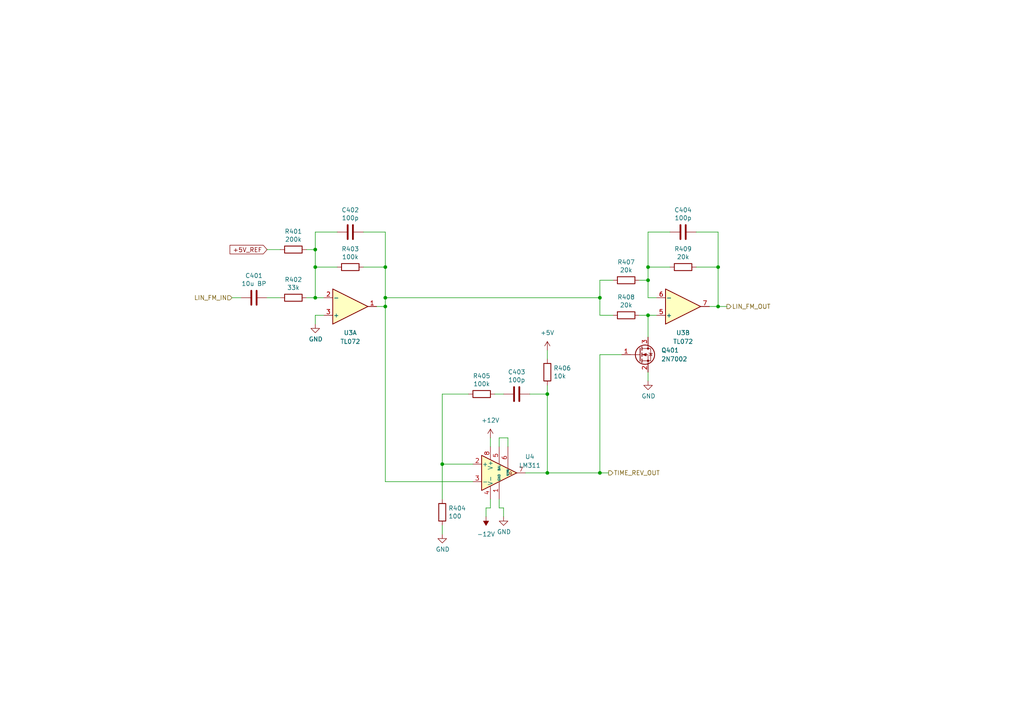
<source format=kicad_sch>
(kicad_sch (version 20230121) (generator eeschema)
  (paper "A4")
  (title_block (title "MICRO-OX Main VCO board") (date "2023-03-27") (rev "0") (comment 2 "creativecommons.org/licenses/by/4.0") (comment 3 "license: CC by 4.0") (comment 4 "Author: Jordan Aceto"))
  (lib_symbols
    (symbol "Amplifier_Operational:TL072" (pin_names (offset 0.127))
      (property "Reference" "U" (at 0 5.08 0))
      (property "Value" "TL072" (at 0 -5.08 0))
      (symbol "TL072_1_1"
        (polyline (pts (xy -5.08 5.08) (xy 5.08 0) (xy -5.08 -5.08) (xy -5.08 5.08)) (stroke (width 0.254)) (fill (type background)))
        (pin output line (at 7.62 0 180) (length 2.54) (name "~") (number "1"))
        (pin input line (at -7.62 -2.54 0) (length 2.54) (name "-") (number "2"))
        (pin input line (at -7.62 2.54 0) (length 2.54) (name "+") (number "3"))
      )
      (symbol "TL072_2_1"
        (polyline (pts (xy -5.08 5.08) (xy 5.08 0) (xy -5.08 -5.08) (xy -5.08 5.08)) (stroke (width 0.254)) (fill (type background)))
        (pin input line (at -7.62 2.54 0) (length 2.54) (name "+") (number "5"))
        (pin input line (at -7.62 -2.54 0) (length 2.54) (name "-") (number "6"))
        (pin output line (at 7.62 0 180) (length 2.54) (name "~") (number "7"))
      )
      (symbol "TL072_3_1"
        (pin power_in line (at -2.54 -7.62 90) (length 3.81) (name "V-") (number "4"))
        (pin power_in line (at -2.54 7.62 270) (length 3.81) (name "V+") (number "8"))
      )
    )
    (symbol "Comparator:LM311" (pin_names (offset 0.127))
      (property "Reference" "U" (at 3.81 6.35 0))
      (property "Value" "LM311" (at 3.81 3.81 0))
      (symbol "LM311_0_1"
        (polyline (pts (xy 5.08 0) (xy -5.08 5.08) (xy -5.08 -5.08) (xy 5.08 0)) (stroke (width 0.254)) (fill (type background)))
        (polyline (pts (xy 3.683 -0.381) (xy 3.302 -0.381) (xy 3.683 0) (xy 3.302 0.381) (xy 2.921 0) (xy 3.302 -0.381) (xy 2.921 -0.381)) (stroke (width 0.127)))
      )
      (symbol "LM311_1_1"
        (pin passive line (at 0 -7.62 90) (length 5.08) (name "GND") (number "1"))
        (pin input line (at -7.62 2.54 0) (length 2.54) (name "+") (number "2"))
        (pin input line (at -7.62 -2.54 0) (length 2.54) (name "-") (number "3"))
        (pin power_in line (at -2.54 -7.62 90) (length 3.81) (name "V-") (number "4"))
        (pin input line (at 0 7.62 270) (length 5.08) (name "BAL") (number "5"))
        (pin input line (at 2.54 7.62 270) (length 6.35) (name "STRB") (number "6"))
        (pin open_collector line (at 7.62 0 180) (length 2.54) (name "~") (number "7"))
        (pin power_in line (at -2.54 7.62 270) (length 3.81) (name "V+") (number "8"))
      )
    )
    (symbol "Device:C" (pin_numbers hide) (pin_names (offset 0.254))
      (property "Reference" "C" (at 0.635 2.54 0))
      (property "Value" "C" (at 0.635 -2.54 0))
      (symbol "C_0_1"
        (polyline (pts (xy -2.032 -0.762) (xy 2.032 -0.762)) (stroke (width 0.508)))
        (polyline (pts (xy -2.032 0.762) (xy 2.032 0.762)) (stroke (width 0.508)))
      )
      (symbol "C_1_1"
        (pin passive line (at 0 3.81 270) (length 2.794) (name "~") (number "1"))
        (pin passive line (at 0 -3.81 90) (length 2.794) (name "~") (number "2"))
      )
    )
    (symbol "Device:R" (pin_numbers hide) (pin_names (offset 0))
      (property "Reference" "R" (at 2.032 0 90))
      (property "Value" "R" (at 0 0 90))
      (symbol "R_0_1"
        (rectangle (start -1.016 -2.54) (end 1.016 2.54) (stroke (width 0.254)))
      )
      (symbol "R_1_1"
        (pin passive line (at 0 3.81 270) (length 1.27) (name "~") (number "1"))
        (pin passive line (at 0 -3.81 90) (length 1.27) (name "~") (number "2"))
      )
    )
    (symbol "Transistor_FET:2N7002" (pin_names hide)
      (property "Reference" "Q" (at 5.08 1.905 0))
      (property "Value" "2N7002" (at 5.08 0 0))
      (symbol "2N7002_0_1"
        (polyline (pts (xy 0.254 0) (xy -2.54 0)))
        (polyline (pts (xy 0.254 1.905) (xy 0.254 -1.905)) (stroke (width 0.254)))
        (polyline (pts (xy 0.762 -1.27) (xy 0.762 -2.286)) (stroke (width 0.254)))
        (polyline (pts (xy 0.762 0.508) (xy 0.762 -0.508)) (stroke (width 0.254)))
        (polyline (pts (xy 0.762 2.286) (xy 0.762 1.27)) (stroke (width 0.254)))
        (polyline (pts (xy 2.54 2.54) (xy 2.54 1.778)))
        (polyline (pts (xy 2.54 -2.54) (xy 2.54 0) (xy 0.762 0)))
        (polyline (pts (xy 0.762 -1.778) (xy 3.302 -1.778) (xy 3.302 1.778) (xy 0.762 1.778)))
        (polyline (pts (xy 1.016 0) (xy 2.032 0.381) (xy 2.032 -0.381) (xy 1.016 0)) (fill (type outline)))
        (polyline (pts (xy 2.794 0.508) (xy 2.921 0.381) (xy 3.683 0.381) (xy 3.81 0.254)))
        (polyline (pts (xy 3.302 0.381) (xy 2.921 -0.254) (xy 3.683 -0.254) (xy 3.302 0.381)))
        (circle (center 1.651 0) (radius 2.794) (stroke (width 0.254)))
        (circle (center 2.54 -1.778) (radius 0.254) (fill (type outline)))
        (circle (center 2.54 1.778) (radius 0.254) (fill (type outline)))
      )
      (symbol "2N7002_1_1"
        (pin input line (at -5.08 0 0) (length 2.54) (name "G") (number "1"))
        (pin passive line (at 2.54 -5.08 90) (length 2.54) (name "S") (number "2"))
        (pin passive line (at 2.54 5.08 270) (length 2.54) (name "D") (number "3"))
      )
    )
    (symbol "power:+12V" (power) (pin_names (offset 0))
      (property "Value" "+12V" (at 0 3.556 0))
      (symbol "+12V_0_1"
        (polyline (pts (xy -0.762 1.27) (xy 0 2.54)))
        (polyline (pts (xy 0 0) (xy 0 2.54)))
        (polyline (pts (xy 0 2.54) (xy 0.762 1.27)))
      )
      (symbol "+12V_1_1"
        (pin power_in line (at 0 0 90) (length 0) hide (name "+12V") (number "1"))
      )
    )
    (symbol "power:+5V" (power) (pin_names (offset 0))
      (property "Value" "+5V" (at 0 3.556 0))
      (symbol "+5V_0_1"
        (polyline (pts (xy -0.762 1.27) (xy 0 2.54)))
        (polyline (pts (xy 0 0) (xy 0 2.54)))
        (polyline (pts (xy 0 2.54) (xy 0.762 1.27)))
      )
      (symbol "+5V_1_1"
        (pin power_in line (at 0 0 90) (length 0) hide (name "+5V") (number "1"))
      )
    )
    (symbol "power:-12V" (power) (pin_names (offset 0))
      (property "Value" "-12V" (at 0 3.81 0))
      (symbol "-12V_0_0"
        (pin power_in line (at 0 0 90) (length 0) hide (name "-12V") (number "1"))
      )
      (symbol "-12V_0_1"
        (polyline (pts (xy 0 0) (xy 0 1.27) (xy 0.762 1.27) (xy 0 2.54) (xy -0.762 1.27) (xy 0 1.27)) (fill (type outline)))
      )
    )
    (symbol "power:GND" (power) (pin_names (offset 0))
      (property "Value" "GND" (at 0 -3.81 0))
      (symbol "GND_0_1"
        (polyline (pts (xy 0 0) (xy 0 -1.27) (xy 1.27 -1.27) (xy 0 -2.54) (xy -1.27 -1.27) (xy 0 -1.27)))
      )
      (symbol "GND_1_1"
        (pin power_in line (at 0 0 270) (length 0) hide (name "GND") (number "1"))
      )
    )
  )
  (junction (at 91.44 86.36))
  (junction (at 128.27 134.62))
  (junction (at 111.76 86.36))
  (junction (at 111.76 77.47))
  (junction (at 208.28 77.47))
  (junction (at 173.99 86.36))
  (junction (at 208.28 88.9))
  (junction (at 187.96 81.28))
  (junction (at 111.76 88.9))
  (junction (at 173.99 137.16))
  (junction (at 91.44 72.39))
  (junction (at 187.96 77.47))
  (junction (at 158.75 114.3))
  (junction (at 91.44 77.47))
  (junction (at 187.96 91.44))
  (junction (at 158.75 137.16))
  (wire (pts (xy 128.27 114.3) (xy 128.27 134.62)))
  (wire (pts (xy 173.99 102.87) (xy 180.34 102.87)))
  (wire (pts (xy 91.44 86.36) (xy 91.44 77.47)))
  (wire (pts (xy 128.27 134.62) (xy 137.16 134.62)))
  (wire (pts (xy 187.96 86.36) (xy 190.5 86.36)))
  (wire (pts (xy 173.99 137.16) (xy 173.99 102.87)))
  (wire (pts (xy 128.27 154.94) (xy 128.27 152.4)))
  (wire (pts (xy 111.76 77.47) (xy 111.76 67.31)))
  (wire (pts (xy 91.44 91.44) (xy 93.98 91.44)))
  (wire (pts (xy 176.53 137.16) (xy 173.99 137.16)))
  (wire (pts (xy 201.93 77.47) (xy 208.28 77.47)))
  (wire (pts (xy 187.96 97.79) (xy 187.96 91.44)))
  (wire (pts (xy 158.75 101.6) (xy 158.75 104.14)))
  (wire (pts (xy 173.99 86.36) (xy 111.76 86.36)))
  (wire (pts (xy 111.76 139.7) (xy 137.16 139.7)))
  (wire (pts (xy 187.96 81.28) (xy 187.96 77.47)))
  (wire (pts (xy 146.05 149.86) (xy 146.05 147.32)))
  (wire (pts (xy 109.22 88.9) (xy 111.76 88.9)))
  (wire (pts (xy 187.96 86.36) (xy 187.96 81.28)))
  (wire (pts (xy 144.78 129.54) (xy 144.78 127)))
  (wire (pts (xy 140.97 149.86) (xy 140.97 147.32)))
  (wire (pts (xy 111.76 67.31) (xy 105.41 67.31)))
  (wire (pts (xy 97.79 77.47) (xy 91.44 77.47)))
  (wire (pts (xy 142.24 127) (xy 142.24 129.54)))
  (wire (pts (xy 187.96 67.31) (xy 194.31 67.31)))
  (wire (pts (xy 210.82 88.9) (xy 208.28 88.9)))
  (wire (pts (xy 67.31 86.36) (xy 69.85 86.36)))
  (wire (pts (xy 91.44 93.98) (xy 91.44 91.44)))
  (wire (pts (xy 143.51 114.3) (xy 146.05 114.3)))
  (wire (pts (xy 147.32 127) (xy 147.32 129.54)))
  (wire (pts (xy 158.75 114.3) (xy 153.67 114.3)))
  (wire (pts (xy 158.75 111.76) (xy 158.75 114.3)))
  (wire (pts (xy 144.78 127) (xy 147.32 127)))
  (wire (pts (xy 81.28 86.36) (xy 77.47 86.36)))
  (wire (pts (xy 111.76 88.9) (xy 111.76 139.7)))
  (wire (pts (xy 152.4 137.16) (xy 158.75 137.16)))
  (wire (pts (xy 194.31 77.47) (xy 187.96 77.47)))
  (wire (pts (xy 185.42 81.28) (xy 187.96 81.28)))
  (wire (pts (xy 187.96 110.49) (xy 187.96 107.95)))
  (wire (pts (xy 140.97 147.32) (xy 142.24 147.32)))
  (wire (pts (xy 91.44 67.31) (xy 97.79 67.31)))
  (wire (pts (xy 187.96 91.44) (xy 190.5 91.44)))
  (wire (pts (xy 77.47 72.39) (xy 81.28 72.39)))
  (wire (pts (xy 111.76 77.47) (xy 111.76 86.36)))
  (wire (pts (xy 91.44 77.47) (xy 91.44 72.39)))
  (wire (pts (xy 135.89 114.3) (xy 128.27 114.3)))
  (wire (pts (xy 142.24 147.32) (xy 142.24 144.78)))
  (wire (pts (xy 208.28 88.9) (xy 208.28 77.47)))
  (wire (pts (xy 88.9 72.39) (xy 91.44 72.39)))
  (wire (pts (xy 158.75 137.16) (xy 173.99 137.16)))
  (wire (pts (xy 91.44 72.39) (xy 91.44 67.31)))
  (wire (pts (xy 208.28 67.31) (xy 201.93 67.31)))
  (wire (pts (xy 144.78 147.32) (xy 144.78 144.78)))
  (wire (pts (xy 158.75 137.16) (xy 158.75 114.3)))
  (wire (pts (xy 205.74 88.9) (xy 208.28 88.9)))
  (wire (pts (xy 173.99 91.44) (xy 173.99 86.36)))
  (wire (pts (xy 208.28 77.47) (xy 208.28 67.31)))
  (wire (pts (xy 187.96 91.44) (xy 185.42 91.44)))
  (wire (pts (xy 111.76 86.36) (xy 111.76 88.9)))
  (wire (pts (xy 146.05 147.32) (xy 144.78 147.32)))
  (wire (pts (xy 187.96 67.31) (xy 187.96 77.47)))
  (wire (pts (xy 128.27 144.78) (xy 128.27 134.62)))
  (wire (pts (xy 173.99 86.36) (xy 173.99 81.28)))
  (wire (pts (xy 177.8 91.44) (xy 173.99 91.44)))
  (wire (pts (xy 105.41 77.47) (xy 111.76 77.47)))
  (wire (pts (xy 91.44 86.36) (xy 88.9 86.36)))
  (wire (pts (xy 173.99 81.28) (xy 177.8 81.28)))
  (wire (pts (xy 93.98 86.36) (xy 91.44 86.36)))
  (global_label "+5V_REF" (shape input) (at 77.47 72.39 180) (property "Intersheetrefs" "${INTERSHEET_REFS}" (effects hide)))
  (hierarchical_label "LIN_FM_IN" (shape input) (at 67.31 86.36 180))
  (hierarchical_label "TIME_REV_OUT" (shape output) (at 176.53 137.16 0))
  (hierarchical_label "LIN_FM_OUT" (shape output) (at 210.82 88.9 0))
  (symbol (lib_id "Device:R") (at 139.7 114.3 270) (unit 1)
    (property "Reference" "R405" (at 139.7 109.0422 90))
    (property "Value" "100k" (at 139.7 111.3536 90))
    (property "Footprint" "Resistor_SMD:R_0603_1608Metric" (effects hide))
  )
  (symbol (lib_id "Comparator:LM311") (at 144.78 137.16 0) (unit 1)
    (property "Reference" "U4" (at 153.67 132.4611 0))
    (property "Value" "LM311" (at 153.67 135.0011 0))
    (property "Footprint" "Package_SO:SOIC-8_3.9x4.9mm_P1.27mm" (effects hide))
    (property "Datasheet" "https://www.st.com/resource/en/datasheet/lm311.pdf" (effects hide))
  )
  (symbol (lib_id "power:+12V") (at 142.24 127 0) (unit 1)
    (property "Reference" "#PWR0404" (effects hide))
    (property "Value" "+12V" (at 142.24 121.92 0))
  )
  (symbol (lib_id "power:GND") (at 91.44 93.98 0) (unit 1)
    (property "Reference" "#PWR0401" (effects hide))
    (property "Value" "~" (at 91.567 98.3742 0))
  )
  (symbol (lib_id "Device:R") (at 128.27 148.59 180) (unit 1)
    (property "Reference" "R404" (at 130.048 147.4216 0) (effects (justify right)))
    (property "Value" "100" (at 130.048 149.733 0) (effects (justify right)))
    (property "Footprint" "Resistor_SMD:R_0603_1608Metric" (effects hide))
  )
  (symbol (lib_id "Device:C") (at 149.86 114.3 270) (unit 1)
    (property "Reference" "C403" (at 149.86 107.8992 90))
    (property "Value" "100p" (at 149.86 110.2106 90))
    (property "Footprint" "Capacitor_SMD:C_0603_1608Metric" (effects hide))
  )
  (symbol (lib_id "Device:C") (at 198.12 67.31 270) (unit 1)
    (property "Reference" "C404" (at 198.12 60.9092 90))
    (property "Value" "100p" (at 198.12 63.2206 90))
    (property "Footprint" "Capacitor_SMD:C_0603_1608Metric" (effects hide))
  )
  (symbol (lib_id "Device:R") (at 181.61 81.28 270) (unit 1)
    (property "Reference" "R407" (at 181.61 76.0222 90))
    (property "Value" "20k" (at 181.61 78.3336 90))
    (property "Footprint" "Resistor_SMD:R_0603_1608Metric" (effects hide))
  )
  (symbol (lib_id "Device:R") (at 181.61 91.44 270) (unit 1)
    (property "Reference" "R408" (at 181.61 86.1822 90))
    (property "Value" "20k" (at 181.61 88.4936 90))
    (property "Footprint" "Resistor_SMD:R_0603_1608Metric" (effects hide))
  )
  (symbol (lib_id "Device:R") (at 85.09 86.36 270) (unit 1)
    (property "Reference" "R402" (at 85.09 81.1022 90))
    (property "Value" "33k" (at 85.09 83.4136 90))
    (property "Footprint" "Resistor_SMD:R_0603_1608Metric" (effects hide))
  )
  (symbol (lib_id "Amplifier_Operational:TL072") (at 198.12 88.9 0) (mirror x) (unit 2)
    (property "Reference" "U3" (at 198.12 96.52 0))
    (property "Value" "TL072" (at 198.12 99.06 0))
    (property "Footprint" "Package_SO:SOIC-8_3.9x4.9mm_P1.27mm" (effects hide))
    (property "Datasheet" "http://www.ti.com/lit/ds/symlink/tl071.pdf" (effects hide))
  )
  (symbol (lib_id "power:-12V") (at 140.97 149.86 180) (unit 1)
    (property "Reference" "#PWR0403" (effects hide))
    (property "Value" "-12V" (at 140.97 154.94 0))
  )
  (symbol (lib_id "Device:C") (at 101.6 67.31 270) (unit 1)
    (property "Reference" "C402" (at 101.6 60.9092 90))
    (property "Value" "100p" (at 101.6 63.2206 90))
    (property "Footprint" "Capacitor_SMD:C_0603_1608Metric" (effects hide))
  )
  (symbol (lib_id "power:+5V") (at 158.75 101.6 0) (unit 1)
    (property "Reference" "#PWR0406" (effects hide))
    (property "Value" "+5V" (at 158.75 96.52 0))
  )
  (symbol (lib_id "power:GND") (at 146.05 149.86 0) (unit 1)
    (property "Reference" "#PWR0405" (effects hide))
    (property "Value" "~" (at 146.177 154.2542 0))
  )
  (symbol (lib_id "Device:R") (at 85.09 72.39 270) (unit 1)
    (property "Reference" "R401" (at 85.09 67.1322 90))
    (property "Value" "200k" (at 85.09 69.4436 90))
    (property "Footprint" "Resistor_SMD:R_0603_1608Metric" (effects hide))
  )
  (symbol (lib_id "power:GND") (at 187.96 110.49 0) (unit 1)
    (property "Reference" "#PWR0407" (effects hide))
    (property "Value" "~" (at 188.087 114.8842 0))
  )
  (symbol (lib_id "power:GND") (at 128.27 154.94 0) (unit 1)
    (property "Reference" "#PWR0402" (effects hide))
    (property "Value" "~" (at 128.397 159.3342 0))
  )
  (symbol (lib_id "Device:C") (at 73.66 86.36 270) (unit 1)
    (property "Reference" "C401" (at 73.66 79.9592 90))
    (property "Value" "10u BP" (at 73.66 82.2706 90))
    (property "Footprint" "Capacitor_THT:C_Radial_D6.3mm_H7.0mm_P2.50mm" (effects hide))
  )
  (symbol (lib_id "Amplifier_Operational:TL072") (at 101.6 88.9 0) (mirror x) (unit 1)
    (property "Reference" "U3" (at 101.6 96.52 0))
    (property "Value" "TL072" (at 101.6 99.06 0))
    (property "Footprint" "Package_SO:SOIC-8_3.9x4.9mm_P1.27mm" (effects hide))
    (property "Datasheet" "http://www.ti.com/lit/ds/symlink/tl071.pdf" (effects hide))
  )
  (symbol (lib_id "Device:R") (at 158.75 107.95 180) (unit 1)
    (property "Reference" "R406" (at 160.528 106.7816 0) (effects (justify right)))
    (property "Value" "10k" (at 160.528 109.093 0) (effects (justify right)))
    (property "Footprint" "Resistor_SMD:R_0603_1608Metric" (effects hide))
  )
  (symbol (lib_id "Device:R") (at 198.12 77.47 270) (unit 1)
    (property "Reference" "R409" (at 198.12 72.2122 90))
    (property "Value" "20k" (at 198.12 74.5236 90))
    (property "Footprint" "Resistor_SMD:R_0603_1608Metric" (effects hide))
  )
  (symbol (lib_id "Transistor_FET:2N7002") (at 185.42 102.87 0) (unit 1)
    (property "Reference" "Q401" (at 191.77 101.5999 0) (effects (justify left)))
    (property "Value" "2N7002" (at 191.77 104.1399 0) (effects (justify left)))
    (property "Footprint" "Package_TO_SOT_SMD:SOT-23" (effects hide))
    (property "Datasheet" "https://www.onsemi.com/pub/Collateral/NDS7002A-D.PDF" (effects hide))
  )
  (symbol (lib_id "Device:R") (at 101.6 77.47 270) (unit 1)
    (property "Reference" "R403" (at 101.6 72.2122 90))
    (property "Value" "100k" (at 101.6 74.5236 90))
    (property "Footprint" "Resistor_SMD:R_0603_1608Metric" (effects hide))
  )
)
</source>
